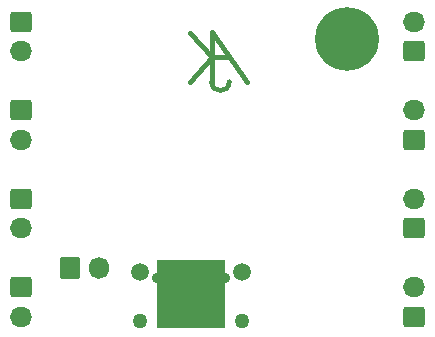
<source format=gbr>
%TF.GenerationSoftware,KiCad,Pcbnew,(6.0.2-0)*%
%TF.CreationDate,2022-04-19T10:39:15+01:00*%
%TF.ProjectId,Relay,52656c61-792e-46b6-9963-61645f706362,2*%
%TF.SameCoordinates,Original*%
%TF.FileFunction,Soldermask,Bot*%
%TF.FilePolarity,Negative*%
%FSLAX46Y46*%
G04 Gerber Fmt 4.6, Leading zero omitted, Abs format (unit mm)*
G04 Created by KiCad (PCBNEW (6.0.2-0)) date 2022-04-19 10:39:15*
%MOMM*%
%LPD*%
G01*
G04 APERTURE LIST*
G04 Aperture macros list*
%AMRoundRect*
0 Rectangle with rounded corners*
0 $1 Rounding radius*
0 $2 $3 $4 $5 $6 $7 $8 $9 X,Y pos of 4 corners*
0 Add a 4 corners polygon primitive as box body*
4,1,4,$2,$3,$4,$5,$6,$7,$8,$9,$2,$3,0*
0 Add four circle primitives for the rounded corners*
1,1,$1+$1,$2,$3*
1,1,$1+$1,$4,$5*
1,1,$1+$1,$6,$7*
1,1,$1+$1,$8,$9*
0 Add four rect primitives between the rounded corners*
20,1,$1+$1,$2,$3,$4,$5,0*
20,1,$1+$1,$4,$5,$6,$7,0*
20,1,$1+$1,$6,$7,$8,$9,0*
20,1,$1+$1,$8,$9,$2,$3,0*%
G04 Aperture macros list end*
%ADD10C,0.450000*%
%ADD11RoundRect,0.260000X0.675000X-0.600000X0.675000X0.600000X-0.675000X0.600000X-0.675000X-0.600000X0*%
%ADD12O,1.870000X1.720000*%
%ADD13RoundRect,0.260000X-0.675000X0.600000X-0.675000X-0.600000X0.675000X-0.600000X0.675000X0.600000X0*%
%ADD14C,5.400000*%
%ADD15RoundRect,0.260000X-0.600000X-0.675000X0.600000X-0.675000X0.600000X0.675000X-0.600000X0.675000X0*%
%ADD16O,1.720000X1.870000*%
%ADD17C,0.870000*%
%ADD18C,1.270000*%
%ADD19C,1.520000*%
G04 APERTURE END LIST*
%TO.C,U9*%
G36*
X105400000Y-58950000D02*
G01*
X99600000Y-58950000D01*
X99600000Y-53150000D01*
X105400000Y-53150000D01*
X105400000Y-58950000D01*
G37*
D10*
%TO.C,AJK1*%
X104250000Y-33900000D02*
X107250000Y-38100000D01*
X102450000Y-34000000D02*
X104250000Y-36000000D01*
X104250000Y-36000000D02*
X105750000Y-36000000D01*
X104250000Y-33900000D02*
X104250000Y-38100000D01*
X104250000Y-36000000D02*
X102450000Y-38100000D01*
X104250000Y-38100000D02*
G75*
G03*
X105750000Y-38100000I750000J0D01*
G01*
%TD*%
D11*
%TO.C,J10*%
X121350000Y-35500000D03*
D12*
X121350000Y-33000000D03*
%TD*%
D11*
%TO.C,J9*%
X121350000Y-43000000D03*
D12*
X121350000Y-40500000D03*
%TD*%
D11*
%TO.C,J8*%
X121350000Y-50500000D03*
D12*
X121350000Y-48000000D03*
%TD*%
D11*
%TO.C,J7*%
X121350000Y-58000000D03*
D12*
X121350000Y-55500000D03*
%TD*%
D13*
%TO.C,J6*%
X88150000Y-55500000D03*
D12*
X88150000Y-58000000D03*
%TD*%
D13*
%TO.C,J5*%
X88150000Y-48000000D03*
D12*
X88150000Y-50500000D03*
%TD*%
D13*
%TO.C,J4*%
X88150000Y-40500000D03*
D12*
X88150000Y-43000000D03*
%TD*%
D13*
%TO.C,J3*%
X88150000Y-33000000D03*
D12*
X88150000Y-35500000D03*
%TD*%
D14*
%TO.C,U8*%
X115750000Y-34500000D03*
%TD*%
D15*
%TO.C,J2*%
X92250000Y-53850000D03*
D16*
X94750000Y-53850000D03*
%TD*%
D17*
%TO.C,J1*%
X105390000Y-54710000D03*
D18*
X106820000Y-58390000D03*
D19*
X98180000Y-54220000D03*
X106820000Y-54220000D03*
D17*
X99610000Y-54710000D03*
D18*
X98180000Y-58390000D03*
%TD*%
M02*

</source>
